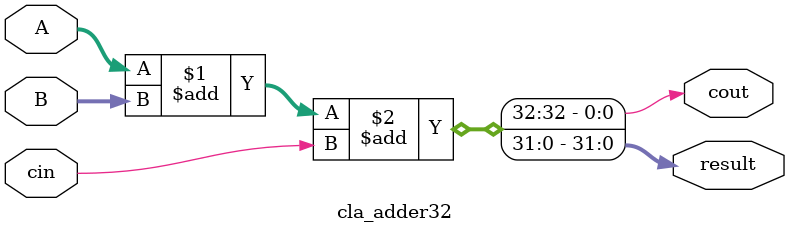
<source format=v>
module	cla_adder32(
	input	[31:0]	A, 
	input	[31:0]	B, 
	input			cin, 
	output	[31:0]	result, 
	output 			cout		
);

assign {cout,result}	=	A+B+cin;
endmodule

</source>
